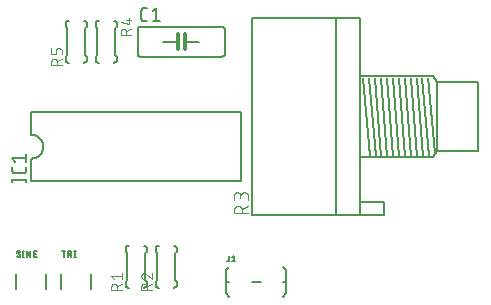
<source format=gbr>
G04 EAGLE Gerber RS-274X export*
G75*
%MOMM*%
%FSLAX34Y34*%
%LPD*%
%INSilkscreen Top*%
%IPPOS*%
%AMOC8*
5,1,8,0,0,1.08239X$1,22.5*%
G01*
%ADD10C,0.304800*%
%ADD11C,0.152400*%
%ADD12C,0.127000*%
%ADD13C,0.203200*%
%ADD14C,0.101600*%


D10*
X149352Y247650D02*
X149352Y241300D01*
X149352Y234950D01*
D11*
X149352Y241300D02*
X137160Y241300D01*
D10*
X155702Y241300D02*
X155702Y247650D01*
X155702Y241300D02*
X155702Y234950D01*
D11*
X155702Y241300D02*
X167640Y241300D01*
X115570Y251460D02*
X115570Y231140D01*
X118110Y228600D02*
X186690Y228600D01*
X189230Y231140D02*
X189230Y251460D01*
X186690Y254000D02*
X118110Y254000D01*
X186690Y254000D02*
X186790Y253998D01*
X186889Y253992D01*
X186989Y253982D01*
X187087Y253969D01*
X187186Y253951D01*
X187283Y253930D01*
X187379Y253905D01*
X187475Y253876D01*
X187569Y253843D01*
X187662Y253807D01*
X187753Y253767D01*
X187843Y253723D01*
X187931Y253676D01*
X188017Y253626D01*
X188101Y253572D01*
X188183Y253515D01*
X188262Y253455D01*
X188340Y253391D01*
X188414Y253325D01*
X188486Y253256D01*
X188555Y253184D01*
X188621Y253110D01*
X188685Y253032D01*
X188745Y252953D01*
X188802Y252871D01*
X188856Y252787D01*
X188906Y252701D01*
X188953Y252613D01*
X188997Y252523D01*
X189037Y252432D01*
X189073Y252339D01*
X189106Y252245D01*
X189135Y252149D01*
X189160Y252053D01*
X189181Y251956D01*
X189199Y251857D01*
X189212Y251759D01*
X189222Y251659D01*
X189228Y251560D01*
X189230Y251460D01*
X189230Y231140D02*
X189228Y231040D01*
X189222Y230941D01*
X189212Y230841D01*
X189199Y230743D01*
X189181Y230644D01*
X189160Y230547D01*
X189135Y230451D01*
X189106Y230355D01*
X189073Y230261D01*
X189037Y230168D01*
X188997Y230077D01*
X188953Y229987D01*
X188906Y229899D01*
X188856Y229813D01*
X188802Y229729D01*
X188745Y229647D01*
X188685Y229568D01*
X188621Y229490D01*
X188555Y229416D01*
X188486Y229344D01*
X188414Y229275D01*
X188340Y229209D01*
X188262Y229145D01*
X188183Y229085D01*
X188101Y229028D01*
X188017Y228974D01*
X187931Y228924D01*
X187843Y228877D01*
X187753Y228833D01*
X187662Y228793D01*
X187569Y228757D01*
X187475Y228724D01*
X187379Y228695D01*
X187283Y228670D01*
X187186Y228649D01*
X187087Y228631D01*
X186989Y228618D01*
X186889Y228608D01*
X186790Y228602D01*
X186690Y228600D01*
X118110Y228600D02*
X118010Y228602D01*
X117911Y228608D01*
X117811Y228618D01*
X117713Y228631D01*
X117614Y228649D01*
X117517Y228670D01*
X117421Y228695D01*
X117325Y228724D01*
X117231Y228757D01*
X117138Y228793D01*
X117047Y228833D01*
X116957Y228877D01*
X116869Y228924D01*
X116783Y228974D01*
X116699Y229028D01*
X116617Y229085D01*
X116538Y229145D01*
X116460Y229209D01*
X116386Y229275D01*
X116314Y229344D01*
X116245Y229416D01*
X116179Y229490D01*
X116115Y229568D01*
X116055Y229647D01*
X115998Y229729D01*
X115944Y229813D01*
X115894Y229899D01*
X115847Y229987D01*
X115803Y230077D01*
X115763Y230168D01*
X115727Y230261D01*
X115694Y230355D01*
X115665Y230451D01*
X115640Y230547D01*
X115619Y230644D01*
X115601Y230743D01*
X115588Y230841D01*
X115578Y230941D01*
X115572Y231040D01*
X115570Y231140D01*
X115570Y251460D02*
X115572Y251560D01*
X115578Y251659D01*
X115588Y251759D01*
X115601Y251857D01*
X115619Y251956D01*
X115640Y252053D01*
X115665Y252149D01*
X115694Y252245D01*
X115727Y252339D01*
X115763Y252432D01*
X115803Y252523D01*
X115847Y252613D01*
X115894Y252701D01*
X115944Y252787D01*
X115998Y252871D01*
X116055Y252953D01*
X116115Y253032D01*
X116179Y253110D01*
X116245Y253184D01*
X116314Y253256D01*
X116386Y253325D01*
X116460Y253391D01*
X116538Y253455D01*
X116617Y253515D01*
X116699Y253572D01*
X116783Y253626D01*
X116869Y253676D01*
X116957Y253723D01*
X117047Y253767D01*
X117138Y253807D01*
X117231Y253843D01*
X117325Y253876D01*
X117421Y253905D01*
X117517Y253930D01*
X117614Y253951D01*
X117713Y253969D01*
X117811Y253982D01*
X117911Y253992D01*
X118010Y253998D01*
X118110Y254000D01*
D12*
X121285Y258445D02*
X123825Y258445D01*
X121285Y258445D02*
X121185Y258447D01*
X121086Y258453D01*
X120986Y258463D01*
X120888Y258476D01*
X120789Y258494D01*
X120692Y258515D01*
X120596Y258540D01*
X120500Y258569D01*
X120406Y258602D01*
X120313Y258638D01*
X120222Y258678D01*
X120132Y258722D01*
X120044Y258769D01*
X119958Y258819D01*
X119874Y258873D01*
X119792Y258930D01*
X119713Y258990D01*
X119635Y259054D01*
X119561Y259120D01*
X119489Y259189D01*
X119420Y259261D01*
X119354Y259335D01*
X119290Y259413D01*
X119230Y259492D01*
X119173Y259574D01*
X119119Y259658D01*
X119069Y259744D01*
X119022Y259832D01*
X118978Y259922D01*
X118938Y260013D01*
X118902Y260106D01*
X118869Y260200D01*
X118840Y260296D01*
X118815Y260392D01*
X118794Y260489D01*
X118776Y260588D01*
X118763Y260686D01*
X118753Y260786D01*
X118747Y260885D01*
X118745Y260985D01*
X118745Y267335D01*
X118747Y267435D01*
X118753Y267534D01*
X118763Y267634D01*
X118776Y267732D01*
X118794Y267831D01*
X118815Y267928D01*
X118840Y268024D01*
X118869Y268120D01*
X118902Y268214D01*
X118938Y268307D01*
X118978Y268398D01*
X119022Y268488D01*
X119069Y268576D01*
X119119Y268662D01*
X119173Y268746D01*
X119230Y268828D01*
X119290Y268907D01*
X119354Y268985D01*
X119420Y269059D01*
X119489Y269131D01*
X119561Y269200D01*
X119635Y269266D01*
X119713Y269330D01*
X119792Y269390D01*
X119874Y269447D01*
X119958Y269501D01*
X120044Y269551D01*
X120132Y269598D01*
X120222Y269642D01*
X120313Y269682D01*
X120406Y269718D01*
X120500Y269751D01*
X120596Y269780D01*
X120692Y269805D01*
X120789Y269826D01*
X120888Y269844D01*
X120986Y269857D01*
X121086Y269867D01*
X121185Y269873D01*
X121285Y269875D01*
X123825Y269875D01*
X128307Y267335D02*
X131482Y269875D01*
X131482Y258445D01*
X128307Y258445D02*
X134657Y258445D01*
D11*
X203200Y181610D02*
X25400Y181610D01*
X25400Y123190D02*
X203200Y123190D01*
X203200Y181610D01*
X25400Y181610D02*
X25400Y162560D01*
X25400Y142240D02*
X25400Y123190D01*
X25400Y142240D02*
X25647Y142243D01*
X25895Y142252D01*
X26142Y142267D01*
X26388Y142288D01*
X26634Y142315D01*
X26879Y142348D01*
X27124Y142387D01*
X27367Y142432D01*
X27609Y142483D01*
X27850Y142540D01*
X28089Y142602D01*
X28327Y142671D01*
X28563Y142745D01*
X28797Y142825D01*
X29029Y142910D01*
X29259Y143002D01*
X29487Y143098D01*
X29712Y143201D01*
X29935Y143308D01*
X30155Y143422D01*
X30372Y143540D01*
X30587Y143664D01*
X30798Y143793D01*
X31006Y143927D01*
X31211Y144066D01*
X31412Y144210D01*
X31610Y144358D01*
X31804Y144512D01*
X31994Y144670D01*
X32180Y144833D01*
X32362Y145000D01*
X32540Y145172D01*
X32714Y145348D01*
X32884Y145528D01*
X33049Y145713D01*
X33209Y145901D01*
X33365Y146093D01*
X33517Y146289D01*
X33663Y146488D01*
X33805Y146691D01*
X33941Y146898D01*
X34073Y147107D01*
X34199Y147320D01*
X34320Y147536D01*
X34436Y147754D01*
X34546Y147976D01*
X34651Y148200D01*
X34751Y148426D01*
X34845Y148655D01*
X34933Y148886D01*
X35016Y149120D01*
X35093Y149355D01*
X35164Y149592D01*
X35230Y149830D01*
X35289Y150070D01*
X35343Y150312D01*
X35391Y150555D01*
X35433Y150798D01*
X35469Y151043D01*
X35499Y151289D01*
X35523Y151535D01*
X35541Y151782D01*
X35553Y152029D01*
X35559Y152276D01*
X35559Y152524D01*
X35553Y152771D01*
X35541Y153018D01*
X35523Y153265D01*
X35499Y153511D01*
X35469Y153757D01*
X35433Y154002D01*
X35391Y154245D01*
X35343Y154488D01*
X35289Y154730D01*
X35230Y154970D01*
X35164Y155208D01*
X35093Y155445D01*
X35016Y155680D01*
X34933Y155914D01*
X34845Y156145D01*
X34751Y156374D01*
X34651Y156600D01*
X34546Y156824D01*
X34436Y157046D01*
X34320Y157264D01*
X34199Y157480D01*
X34073Y157693D01*
X33941Y157902D01*
X33805Y158109D01*
X33663Y158312D01*
X33517Y158511D01*
X33365Y158707D01*
X33209Y158899D01*
X33049Y159087D01*
X32884Y159272D01*
X32714Y159452D01*
X32540Y159628D01*
X32362Y159800D01*
X32180Y159967D01*
X31994Y160130D01*
X31804Y160288D01*
X31610Y160442D01*
X31412Y160590D01*
X31211Y160734D01*
X31006Y160873D01*
X30798Y161007D01*
X30587Y161136D01*
X30372Y161260D01*
X30155Y161378D01*
X29935Y161492D01*
X29712Y161599D01*
X29487Y161702D01*
X29259Y161798D01*
X29029Y161890D01*
X28797Y161975D01*
X28563Y162055D01*
X28327Y162129D01*
X28089Y162198D01*
X27850Y162260D01*
X27609Y162317D01*
X27367Y162368D01*
X27124Y162413D01*
X26879Y162452D01*
X26634Y162485D01*
X26388Y162512D01*
X26142Y162533D01*
X25895Y162548D01*
X25647Y162557D01*
X25400Y162560D01*
D12*
X20955Y123825D02*
X9525Y123825D01*
X20955Y122555D02*
X20955Y125095D01*
X9525Y125095D02*
X9525Y122555D01*
X20955Y132297D02*
X20955Y134837D01*
X20955Y132297D02*
X20953Y132197D01*
X20947Y132098D01*
X20937Y131998D01*
X20924Y131900D01*
X20906Y131801D01*
X20885Y131704D01*
X20860Y131608D01*
X20831Y131512D01*
X20798Y131418D01*
X20762Y131325D01*
X20722Y131234D01*
X20678Y131144D01*
X20631Y131056D01*
X20581Y130970D01*
X20527Y130886D01*
X20470Y130804D01*
X20410Y130725D01*
X20346Y130647D01*
X20280Y130573D01*
X20211Y130501D01*
X20139Y130432D01*
X20065Y130366D01*
X19987Y130302D01*
X19908Y130242D01*
X19826Y130185D01*
X19742Y130131D01*
X19656Y130081D01*
X19568Y130034D01*
X19478Y129990D01*
X19387Y129950D01*
X19294Y129914D01*
X19200Y129881D01*
X19104Y129852D01*
X19008Y129827D01*
X18911Y129806D01*
X18812Y129788D01*
X18714Y129775D01*
X18614Y129765D01*
X18515Y129759D01*
X18415Y129757D01*
X12065Y129757D01*
X11965Y129759D01*
X11866Y129765D01*
X11766Y129775D01*
X11668Y129788D01*
X11569Y129806D01*
X11472Y129827D01*
X11376Y129852D01*
X11280Y129881D01*
X11186Y129914D01*
X11093Y129950D01*
X11002Y129990D01*
X10912Y130034D01*
X10824Y130081D01*
X10738Y130131D01*
X10654Y130185D01*
X10572Y130242D01*
X10493Y130302D01*
X10415Y130366D01*
X10341Y130432D01*
X10269Y130501D01*
X10200Y130573D01*
X10134Y130647D01*
X10070Y130725D01*
X10010Y130804D01*
X9953Y130886D01*
X9899Y130970D01*
X9849Y131056D01*
X9802Y131144D01*
X9758Y131234D01*
X9718Y131325D01*
X9682Y131418D01*
X9649Y131512D01*
X9620Y131608D01*
X9595Y131704D01*
X9574Y131801D01*
X9556Y131900D01*
X9543Y131998D01*
X9533Y132098D01*
X9527Y132197D01*
X9525Y132297D01*
X9525Y134837D01*
X12065Y139319D02*
X9525Y142494D01*
X20955Y142494D01*
X20955Y139319D02*
X20955Y145669D01*
D13*
X212090Y38100D02*
X219710Y38100D01*
X193040Y38100D02*
X190500Y38100D01*
X190500Y48006D01*
X193294Y50800D01*
X190500Y38100D02*
X190500Y28194D01*
X193294Y25400D01*
X238760Y38100D02*
X241300Y38100D01*
X241300Y28194D01*
X238506Y25400D01*
X241300Y38100D02*
X241300Y48006D01*
X238506Y50800D01*
D12*
X192744Y56317D02*
X192744Y60071D01*
X192743Y56317D02*
X192741Y56252D01*
X192735Y56188D01*
X192725Y56124D01*
X192712Y56060D01*
X192694Y55998D01*
X192673Y55937D01*
X192649Y55877D01*
X192620Y55819D01*
X192588Y55762D01*
X192553Y55708D01*
X192515Y55656D01*
X192473Y55606D01*
X192429Y55559D01*
X192382Y55515D01*
X192332Y55473D01*
X192280Y55435D01*
X192226Y55400D01*
X192169Y55368D01*
X192111Y55339D01*
X192051Y55315D01*
X191990Y55294D01*
X191928Y55276D01*
X191864Y55263D01*
X191800Y55253D01*
X191736Y55247D01*
X191671Y55245D01*
X191135Y55245D01*
X195692Y58999D02*
X197032Y60071D01*
X197032Y55245D01*
X195692Y55245D02*
X198373Y55245D01*
D11*
X107950Y33020D02*
X107850Y33022D01*
X107751Y33028D01*
X107651Y33038D01*
X107553Y33051D01*
X107454Y33069D01*
X107357Y33090D01*
X107261Y33115D01*
X107165Y33144D01*
X107071Y33177D01*
X106978Y33213D01*
X106887Y33253D01*
X106797Y33297D01*
X106709Y33344D01*
X106623Y33394D01*
X106539Y33448D01*
X106457Y33505D01*
X106378Y33565D01*
X106300Y33629D01*
X106226Y33695D01*
X106154Y33764D01*
X106085Y33836D01*
X106019Y33910D01*
X105955Y33988D01*
X105895Y34067D01*
X105838Y34149D01*
X105784Y34233D01*
X105734Y34319D01*
X105687Y34407D01*
X105643Y34497D01*
X105603Y34588D01*
X105567Y34681D01*
X105534Y34775D01*
X105505Y34871D01*
X105480Y34967D01*
X105459Y35064D01*
X105441Y35163D01*
X105428Y35261D01*
X105418Y35361D01*
X105412Y35460D01*
X105410Y35560D01*
X120650Y33020D02*
X120750Y33022D01*
X120849Y33028D01*
X120949Y33038D01*
X121047Y33051D01*
X121146Y33069D01*
X121243Y33090D01*
X121339Y33115D01*
X121435Y33144D01*
X121529Y33177D01*
X121622Y33213D01*
X121713Y33253D01*
X121803Y33297D01*
X121891Y33344D01*
X121977Y33394D01*
X122061Y33448D01*
X122143Y33505D01*
X122222Y33565D01*
X122300Y33629D01*
X122374Y33695D01*
X122446Y33764D01*
X122515Y33836D01*
X122581Y33910D01*
X122645Y33988D01*
X122705Y34067D01*
X122762Y34149D01*
X122816Y34233D01*
X122866Y34319D01*
X122913Y34407D01*
X122957Y34497D01*
X122997Y34588D01*
X123033Y34681D01*
X123066Y34775D01*
X123095Y34871D01*
X123120Y34967D01*
X123141Y35064D01*
X123159Y35163D01*
X123172Y35261D01*
X123182Y35361D01*
X123188Y35460D01*
X123190Y35560D01*
X123190Y66040D02*
X123188Y66140D01*
X123182Y66239D01*
X123172Y66339D01*
X123159Y66437D01*
X123141Y66536D01*
X123120Y66633D01*
X123095Y66729D01*
X123066Y66825D01*
X123033Y66919D01*
X122997Y67012D01*
X122957Y67103D01*
X122913Y67193D01*
X122866Y67281D01*
X122816Y67367D01*
X122762Y67451D01*
X122705Y67533D01*
X122645Y67612D01*
X122581Y67690D01*
X122515Y67764D01*
X122446Y67836D01*
X122374Y67905D01*
X122300Y67971D01*
X122222Y68035D01*
X122143Y68095D01*
X122061Y68152D01*
X121977Y68206D01*
X121891Y68256D01*
X121803Y68303D01*
X121713Y68347D01*
X121622Y68387D01*
X121529Y68423D01*
X121435Y68456D01*
X121339Y68485D01*
X121243Y68510D01*
X121146Y68531D01*
X121047Y68549D01*
X120949Y68562D01*
X120849Y68572D01*
X120750Y68578D01*
X120650Y68580D01*
X107950Y68580D02*
X107850Y68578D01*
X107751Y68572D01*
X107651Y68562D01*
X107553Y68549D01*
X107454Y68531D01*
X107357Y68510D01*
X107261Y68485D01*
X107165Y68456D01*
X107071Y68423D01*
X106978Y68387D01*
X106887Y68347D01*
X106797Y68303D01*
X106709Y68256D01*
X106623Y68206D01*
X106539Y68152D01*
X106457Y68095D01*
X106378Y68035D01*
X106300Y67971D01*
X106226Y67905D01*
X106154Y67836D01*
X106085Y67764D01*
X106019Y67690D01*
X105955Y67612D01*
X105895Y67533D01*
X105838Y67451D01*
X105784Y67367D01*
X105734Y67281D01*
X105687Y67193D01*
X105643Y67103D01*
X105603Y67012D01*
X105567Y66919D01*
X105534Y66825D01*
X105505Y66729D01*
X105480Y66633D01*
X105459Y66536D01*
X105441Y66437D01*
X105428Y66339D01*
X105418Y66239D01*
X105412Y66140D01*
X105410Y66040D01*
X105410Y38100D02*
X105410Y35560D01*
X105410Y38100D02*
X106680Y39370D01*
X123190Y38100D02*
X123190Y35560D01*
X123190Y38100D02*
X121920Y39370D01*
X106680Y62230D02*
X105410Y63500D01*
X106680Y62230D02*
X106680Y39370D01*
X121920Y62230D02*
X123190Y63500D01*
X121920Y62230D02*
X121920Y39370D01*
X105410Y63500D02*
X105410Y66040D01*
X123190Y66040D02*
X123190Y63500D01*
D14*
X102108Y31242D02*
X93218Y31242D01*
X93218Y33711D01*
X93220Y33809D01*
X93226Y33907D01*
X93236Y34005D01*
X93249Y34102D01*
X93267Y34199D01*
X93288Y34295D01*
X93313Y34389D01*
X93342Y34483D01*
X93374Y34576D01*
X93411Y34667D01*
X93450Y34757D01*
X93494Y34845D01*
X93541Y34931D01*
X93591Y35016D01*
X93644Y35098D01*
X93701Y35178D01*
X93761Y35256D01*
X93824Y35331D01*
X93890Y35404D01*
X93959Y35474D01*
X94030Y35541D01*
X94104Y35606D01*
X94181Y35667D01*
X94260Y35726D01*
X94341Y35781D01*
X94424Y35833D01*
X94510Y35881D01*
X94597Y35926D01*
X94686Y35968D01*
X94776Y36006D01*
X94868Y36040D01*
X94961Y36071D01*
X95056Y36098D01*
X95151Y36121D01*
X95248Y36141D01*
X95344Y36156D01*
X95442Y36168D01*
X95540Y36176D01*
X95638Y36180D01*
X95736Y36180D01*
X95834Y36176D01*
X95932Y36168D01*
X96030Y36156D01*
X96126Y36141D01*
X96223Y36121D01*
X96318Y36098D01*
X96413Y36071D01*
X96506Y36040D01*
X96598Y36006D01*
X96688Y35968D01*
X96777Y35926D01*
X96864Y35881D01*
X96950Y35833D01*
X97033Y35781D01*
X97114Y35726D01*
X97193Y35667D01*
X97270Y35606D01*
X97344Y35541D01*
X97415Y35474D01*
X97484Y35404D01*
X97550Y35331D01*
X97613Y35256D01*
X97673Y35178D01*
X97730Y35098D01*
X97783Y35016D01*
X97833Y34931D01*
X97880Y34845D01*
X97924Y34757D01*
X97963Y34667D01*
X98000Y34576D01*
X98032Y34483D01*
X98061Y34389D01*
X98086Y34295D01*
X98107Y34199D01*
X98125Y34102D01*
X98138Y34005D01*
X98148Y33907D01*
X98154Y33809D01*
X98156Y33711D01*
X98157Y33711D02*
X98157Y31242D01*
X98157Y34205D02*
X102108Y36181D01*
X95194Y40092D02*
X93218Y42561D01*
X102108Y42561D01*
X102108Y40092D02*
X102108Y45031D01*
D11*
X130810Y35560D02*
X130812Y35460D01*
X130818Y35361D01*
X130828Y35261D01*
X130841Y35163D01*
X130859Y35064D01*
X130880Y34967D01*
X130905Y34871D01*
X130934Y34775D01*
X130967Y34681D01*
X131003Y34588D01*
X131043Y34497D01*
X131087Y34407D01*
X131134Y34319D01*
X131184Y34233D01*
X131238Y34149D01*
X131295Y34067D01*
X131355Y33988D01*
X131419Y33910D01*
X131485Y33836D01*
X131554Y33764D01*
X131626Y33695D01*
X131700Y33629D01*
X131778Y33565D01*
X131857Y33505D01*
X131939Y33448D01*
X132023Y33394D01*
X132109Y33344D01*
X132197Y33297D01*
X132287Y33253D01*
X132378Y33213D01*
X132471Y33177D01*
X132565Y33144D01*
X132661Y33115D01*
X132757Y33090D01*
X132854Y33069D01*
X132953Y33051D01*
X133051Y33038D01*
X133151Y33028D01*
X133250Y33022D01*
X133350Y33020D01*
X146050Y33020D02*
X146150Y33022D01*
X146249Y33028D01*
X146349Y33038D01*
X146447Y33051D01*
X146546Y33069D01*
X146643Y33090D01*
X146739Y33115D01*
X146835Y33144D01*
X146929Y33177D01*
X147022Y33213D01*
X147113Y33253D01*
X147203Y33297D01*
X147291Y33344D01*
X147377Y33394D01*
X147461Y33448D01*
X147543Y33505D01*
X147622Y33565D01*
X147700Y33629D01*
X147774Y33695D01*
X147846Y33764D01*
X147915Y33836D01*
X147981Y33910D01*
X148045Y33988D01*
X148105Y34067D01*
X148162Y34149D01*
X148216Y34233D01*
X148266Y34319D01*
X148313Y34407D01*
X148357Y34497D01*
X148397Y34588D01*
X148433Y34681D01*
X148466Y34775D01*
X148495Y34871D01*
X148520Y34967D01*
X148541Y35064D01*
X148559Y35163D01*
X148572Y35261D01*
X148582Y35361D01*
X148588Y35460D01*
X148590Y35560D01*
X148590Y66040D02*
X148588Y66140D01*
X148582Y66239D01*
X148572Y66339D01*
X148559Y66437D01*
X148541Y66536D01*
X148520Y66633D01*
X148495Y66729D01*
X148466Y66825D01*
X148433Y66919D01*
X148397Y67012D01*
X148357Y67103D01*
X148313Y67193D01*
X148266Y67281D01*
X148216Y67367D01*
X148162Y67451D01*
X148105Y67533D01*
X148045Y67612D01*
X147981Y67690D01*
X147915Y67764D01*
X147846Y67836D01*
X147774Y67905D01*
X147700Y67971D01*
X147622Y68035D01*
X147543Y68095D01*
X147461Y68152D01*
X147377Y68206D01*
X147291Y68256D01*
X147203Y68303D01*
X147113Y68347D01*
X147022Y68387D01*
X146929Y68423D01*
X146835Y68456D01*
X146739Y68485D01*
X146643Y68510D01*
X146546Y68531D01*
X146447Y68549D01*
X146349Y68562D01*
X146249Y68572D01*
X146150Y68578D01*
X146050Y68580D01*
X133350Y68580D02*
X133250Y68578D01*
X133151Y68572D01*
X133051Y68562D01*
X132953Y68549D01*
X132854Y68531D01*
X132757Y68510D01*
X132661Y68485D01*
X132565Y68456D01*
X132471Y68423D01*
X132378Y68387D01*
X132287Y68347D01*
X132197Y68303D01*
X132109Y68256D01*
X132023Y68206D01*
X131939Y68152D01*
X131857Y68095D01*
X131778Y68035D01*
X131700Y67971D01*
X131626Y67905D01*
X131554Y67836D01*
X131485Y67764D01*
X131419Y67690D01*
X131355Y67612D01*
X131295Y67533D01*
X131238Y67451D01*
X131184Y67367D01*
X131134Y67281D01*
X131087Y67193D01*
X131043Y67103D01*
X131003Y67012D01*
X130967Y66919D01*
X130934Y66825D01*
X130905Y66729D01*
X130880Y66633D01*
X130859Y66536D01*
X130841Y66437D01*
X130828Y66339D01*
X130818Y66239D01*
X130812Y66140D01*
X130810Y66040D01*
X130810Y38100D02*
X130810Y35560D01*
X130810Y38100D02*
X132080Y39370D01*
X148590Y38100D02*
X148590Y35560D01*
X148590Y38100D02*
X147320Y39370D01*
X132080Y62230D02*
X130810Y63500D01*
X132080Y62230D02*
X132080Y39370D01*
X147320Y62230D02*
X148590Y63500D01*
X147320Y62230D02*
X147320Y39370D01*
X130810Y63500D02*
X130810Y66040D01*
X148590Y66040D02*
X148590Y63500D01*
D14*
X127508Y31242D02*
X118618Y31242D01*
X118618Y33711D01*
X118620Y33809D01*
X118626Y33907D01*
X118636Y34005D01*
X118649Y34102D01*
X118667Y34199D01*
X118688Y34295D01*
X118713Y34389D01*
X118742Y34483D01*
X118774Y34576D01*
X118811Y34667D01*
X118850Y34757D01*
X118894Y34845D01*
X118941Y34931D01*
X118991Y35016D01*
X119044Y35098D01*
X119101Y35178D01*
X119161Y35256D01*
X119224Y35331D01*
X119290Y35404D01*
X119359Y35474D01*
X119430Y35541D01*
X119504Y35606D01*
X119581Y35667D01*
X119660Y35726D01*
X119741Y35781D01*
X119824Y35833D01*
X119910Y35881D01*
X119997Y35926D01*
X120086Y35968D01*
X120176Y36006D01*
X120268Y36040D01*
X120361Y36071D01*
X120456Y36098D01*
X120551Y36121D01*
X120648Y36141D01*
X120744Y36156D01*
X120842Y36168D01*
X120940Y36176D01*
X121038Y36180D01*
X121136Y36180D01*
X121234Y36176D01*
X121332Y36168D01*
X121430Y36156D01*
X121526Y36141D01*
X121623Y36121D01*
X121718Y36098D01*
X121813Y36071D01*
X121906Y36040D01*
X121998Y36006D01*
X122088Y35968D01*
X122177Y35926D01*
X122264Y35881D01*
X122350Y35833D01*
X122433Y35781D01*
X122514Y35726D01*
X122593Y35667D01*
X122670Y35606D01*
X122744Y35541D01*
X122815Y35474D01*
X122884Y35404D01*
X122950Y35331D01*
X123013Y35256D01*
X123073Y35178D01*
X123130Y35098D01*
X123183Y35016D01*
X123233Y34931D01*
X123280Y34845D01*
X123324Y34757D01*
X123363Y34667D01*
X123400Y34576D01*
X123432Y34483D01*
X123461Y34389D01*
X123486Y34295D01*
X123507Y34199D01*
X123525Y34102D01*
X123538Y34005D01*
X123548Y33907D01*
X123554Y33809D01*
X123556Y33711D01*
X123557Y33711D02*
X123557Y31242D01*
X123557Y34205D02*
X127508Y36181D01*
X120841Y45031D02*
X120749Y45029D01*
X120657Y45023D01*
X120566Y45014D01*
X120475Y45001D01*
X120385Y44984D01*
X120295Y44963D01*
X120207Y44939D01*
X120119Y44911D01*
X120033Y44879D01*
X119948Y44844D01*
X119865Y44805D01*
X119783Y44763D01*
X119703Y44718D01*
X119625Y44669D01*
X119549Y44617D01*
X119476Y44562D01*
X119404Y44504D01*
X119335Y44444D01*
X119269Y44380D01*
X119205Y44314D01*
X119145Y44245D01*
X119087Y44173D01*
X119032Y44100D01*
X118980Y44024D01*
X118931Y43946D01*
X118886Y43866D01*
X118844Y43784D01*
X118805Y43701D01*
X118770Y43616D01*
X118738Y43530D01*
X118710Y43442D01*
X118686Y43354D01*
X118665Y43264D01*
X118648Y43174D01*
X118635Y43083D01*
X118626Y42992D01*
X118620Y42900D01*
X118618Y42808D01*
X118620Y42702D01*
X118626Y42597D01*
X118636Y42492D01*
X118649Y42387D01*
X118667Y42283D01*
X118688Y42180D01*
X118713Y42077D01*
X118742Y41975D01*
X118775Y41875D01*
X118811Y41776D01*
X118851Y41678D01*
X118895Y41582D01*
X118942Y41487D01*
X118992Y41395D01*
X119046Y41304D01*
X119104Y41215D01*
X119164Y41129D01*
X119228Y41045D01*
X119294Y40963D01*
X119364Y40883D01*
X119437Y40807D01*
X119512Y40733D01*
X119590Y40662D01*
X119671Y40594D01*
X119754Y40528D01*
X119840Y40466D01*
X119927Y40408D01*
X120017Y40352D01*
X120109Y40300D01*
X120203Y40251D01*
X120298Y40206D01*
X120395Y40164D01*
X120494Y40126D01*
X120593Y40092D01*
X122570Y44290D02*
X122501Y44359D01*
X122431Y44425D01*
X122357Y44488D01*
X122281Y44547D01*
X122203Y44604D01*
X122123Y44658D01*
X122040Y44708D01*
X121956Y44755D01*
X121869Y44798D01*
X121781Y44838D01*
X121692Y44874D01*
X121601Y44907D01*
X121509Y44936D01*
X121415Y44961D01*
X121321Y44982D01*
X121226Y45000D01*
X121130Y45013D01*
X121034Y45023D01*
X120938Y45029D01*
X120841Y45031D01*
X122569Y44290D02*
X127508Y40092D01*
X127508Y45031D01*
D13*
X303700Y94300D02*
X303700Y261300D01*
X323700Y105300D02*
X323700Y94300D01*
X303700Y94300D01*
X304700Y105300D02*
X323700Y105300D01*
X283700Y94300D02*
X283700Y261300D01*
X212700Y261300D02*
X212700Y94300D01*
X368700Y148800D02*
X403700Y148800D01*
X403700Y206800D02*
X368700Y206800D01*
X365700Y143800D02*
X304700Y143800D01*
X365700Y143800D02*
X368700Y148800D01*
X368700Y206800D02*
X365700Y211800D01*
X304700Y211800D01*
X368700Y206800D02*
X368700Y148800D01*
X403700Y148800D02*
X403700Y206800D01*
X303700Y94300D02*
X212700Y94300D01*
X212700Y261300D02*
X303700Y261300D01*
X356700Y210800D02*
X361950Y144800D01*
X356950Y144800D02*
X351700Y210800D01*
X346700Y210800D02*
X351950Y144800D01*
X346950Y144800D02*
X341700Y210800D01*
X336700Y210800D02*
X341950Y144800D01*
X336950Y144800D02*
X331700Y210800D01*
X326700Y210800D02*
X331950Y144800D01*
X326950Y144800D02*
X321700Y210800D01*
X316700Y210800D02*
X321950Y144800D01*
X316950Y144800D02*
X311700Y210800D01*
X306700Y210800D02*
X311950Y144800D01*
X366950Y147050D02*
X361700Y210800D01*
D14*
X209042Y95758D02*
X197358Y95758D01*
X197358Y99004D01*
X197360Y99117D01*
X197366Y99230D01*
X197376Y99343D01*
X197390Y99456D01*
X197407Y99568D01*
X197429Y99679D01*
X197454Y99789D01*
X197484Y99899D01*
X197517Y100007D01*
X197554Y100114D01*
X197594Y100220D01*
X197639Y100324D01*
X197687Y100427D01*
X197738Y100528D01*
X197793Y100627D01*
X197851Y100724D01*
X197913Y100819D01*
X197978Y100912D01*
X198046Y101002D01*
X198117Y101090D01*
X198192Y101176D01*
X198269Y101259D01*
X198349Y101339D01*
X198432Y101416D01*
X198518Y101491D01*
X198606Y101562D01*
X198696Y101630D01*
X198789Y101695D01*
X198884Y101757D01*
X198981Y101815D01*
X199080Y101870D01*
X199181Y101921D01*
X199284Y101969D01*
X199388Y102014D01*
X199494Y102054D01*
X199601Y102091D01*
X199709Y102124D01*
X199819Y102154D01*
X199929Y102179D01*
X200040Y102201D01*
X200152Y102218D01*
X200265Y102232D01*
X200378Y102242D01*
X200491Y102248D01*
X200604Y102250D01*
X200717Y102248D01*
X200830Y102242D01*
X200943Y102232D01*
X201056Y102218D01*
X201168Y102201D01*
X201279Y102179D01*
X201389Y102154D01*
X201499Y102124D01*
X201607Y102091D01*
X201714Y102054D01*
X201820Y102014D01*
X201924Y101969D01*
X202027Y101921D01*
X202128Y101870D01*
X202227Y101815D01*
X202324Y101757D01*
X202419Y101695D01*
X202512Y101630D01*
X202602Y101562D01*
X202690Y101491D01*
X202776Y101416D01*
X202859Y101339D01*
X202939Y101259D01*
X203016Y101176D01*
X203091Y101090D01*
X203162Y101002D01*
X203230Y100912D01*
X203295Y100819D01*
X203357Y100724D01*
X203415Y100627D01*
X203470Y100528D01*
X203521Y100427D01*
X203569Y100324D01*
X203614Y100220D01*
X203654Y100114D01*
X203691Y100007D01*
X203724Y99899D01*
X203754Y99789D01*
X203779Y99679D01*
X203801Y99568D01*
X203818Y99456D01*
X203832Y99343D01*
X203842Y99230D01*
X203848Y99117D01*
X203850Y99004D01*
X203849Y99004D02*
X203849Y95758D01*
X203849Y99653D02*
X209042Y102249D01*
X209042Y107114D02*
X209042Y110360D01*
X209040Y110473D01*
X209034Y110586D01*
X209024Y110699D01*
X209010Y110812D01*
X208993Y110924D01*
X208971Y111035D01*
X208946Y111145D01*
X208916Y111255D01*
X208883Y111363D01*
X208846Y111470D01*
X208806Y111576D01*
X208761Y111680D01*
X208713Y111783D01*
X208662Y111884D01*
X208607Y111983D01*
X208549Y112080D01*
X208487Y112175D01*
X208422Y112268D01*
X208354Y112358D01*
X208283Y112446D01*
X208208Y112532D01*
X208131Y112615D01*
X208051Y112695D01*
X207968Y112772D01*
X207882Y112847D01*
X207794Y112918D01*
X207704Y112986D01*
X207611Y113051D01*
X207516Y113113D01*
X207419Y113171D01*
X207320Y113226D01*
X207219Y113277D01*
X207116Y113325D01*
X207012Y113370D01*
X206906Y113410D01*
X206799Y113447D01*
X206691Y113480D01*
X206581Y113510D01*
X206471Y113535D01*
X206360Y113557D01*
X206248Y113574D01*
X206135Y113588D01*
X206022Y113598D01*
X205909Y113604D01*
X205796Y113606D01*
X205683Y113604D01*
X205570Y113598D01*
X205457Y113588D01*
X205344Y113574D01*
X205232Y113557D01*
X205121Y113535D01*
X205011Y113510D01*
X204901Y113480D01*
X204793Y113447D01*
X204686Y113410D01*
X204580Y113370D01*
X204476Y113325D01*
X204373Y113277D01*
X204272Y113226D01*
X204173Y113171D01*
X204076Y113113D01*
X203981Y113051D01*
X203888Y112986D01*
X203798Y112918D01*
X203710Y112847D01*
X203624Y112772D01*
X203541Y112695D01*
X203461Y112615D01*
X203384Y112532D01*
X203309Y112446D01*
X203238Y112358D01*
X203170Y112268D01*
X203105Y112175D01*
X203043Y112080D01*
X202985Y111983D01*
X202930Y111884D01*
X202879Y111783D01*
X202831Y111680D01*
X202786Y111576D01*
X202746Y111470D01*
X202709Y111363D01*
X202676Y111255D01*
X202646Y111145D01*
X202621Y111035D01*
X202599Y110924D01*
X202582Y110812D01*
X202568Y110699D01*
X202558Y110586D01*
X202552Y110473D01*
X202550Y110360D01*
X197358Y111009D02*
X197358Y107114D01*
X197358Y111009D02*
X197360Y111110D01*
X197366Y111210D01*
X197376Y111310D01*
X197389Y111410D01*
X197407Y111509D01*
X197428Y111608D01*
X197453Y111705D01*
X197482Y111802D01*
X197515Y111897D01*
X197551Y111991D01*
X197591Y112083D01*
X197634Y112174D01*
X197681Y112263D01*
X197731Y112350D01*
X197785Y112436D01*
X197842Y112519D01*
X197902Y112599D01*
X197965Y112678D01*
X198032Y112754D01*
X198101Y112827D01*
X198173Y112897D01*
X198247Y112965D01*
X198324Y113030D01*
X198404Y113091D01*
X198486Y113150D01*
X198570Y113205D01*
X198656Y113257D01*
X198744Y113306D01*
X198834Y113351D01*
X198926Y113393D01*
X199019Y113431D01*
X199114Y113465D01*
X199209Y113496D01*
X199306Y113523D01*
X199404Y113546D01*
X199503Y113566D01*
X199603Y113581D01*
X199703Y113593D01*
X199803Y113601D01*
X199904Y113605D01*
X200004Y113605D01*
X200105Y113601D01*
X200205Y113593D01*
X200305Y113581D01*
X200405Y113566D01*
X200504Y113546D01*
X200602Y113523D01*
X200699Y113496D01*
X200794Y113465D01*
X200889Y113431D01*
X200982Y113393D01*
X201074Y113351D01*
X201164Y113306D01*
X201252Y113257D01*
X201338Y113205D01*
X201422Y113150D01*
X201504Y113091D01*
X201584Y113030D01*
X201661Y112965D01*
X201735Y112897D01*
X201807Y112827D01*
X201876Y112754D01*
X201943Y112678D01*
X202006Y112599D01*
X202066Y112519D01*
X202123Y112436D01*
X202177Y112350D01*
X202227Y112263D01*
X202274Y112174D01*
X202317Y112083D01*
X202357Y111991D01*
X202393Y111897D01*
X202426Y111802D01*
X202455Y111705D01*
X202480Y111608D01*
X202501Y111509D01*
X202519Y111410D01*
X202532Y111310D01*
X202542Y111210D01*
X202548Y111110D01*
X202550Y111009D01*
X202551Y111009D02*
X202551Y108413D01*
D11*
X97790Y256540D02*
X97788Y256640D01*
X97782Y256739D01*
X97772Y256839D01*
X97759Y256937D01*
X97741Y257036D01*
X97720Y257133D01*
X97695Y257229D01*
X97666Y257325D01*
X97633Y257419D01*
X97597Y257512D01*
X97557Y257603D01*
X97513Y257693D01*
X97466Y257781D01*
X97416Y257867D01*
X97362Y257951D01*
X97305Y258033D01*
X97245Y258112D01*
X97181Y258190D01*
X97115Y258264D01*
X97046Y258336D01*
X96974Y258405D01*
X96900Y258471D01*
X96822Y258535D01*
X96743Y258595D01*
X96661Y258652D01*
X96577Y258706D01*
X96491Y258756D01*
X96403Y258803D01*
X96313Y258847D01*
X96222Y258887D01*
X96129Y258923D01*
X96035Y258956D01*
X95939Y258985D01*
X95843Y259010D01*
X95746Y259031D01*
X95647Y259049D01*
X95549Y259062D01*
X95449Y259072D01*
X95350Y259078D01*
X95250Y259080D01*
X82550Y259080D02*
X82450Y259078D01*
X82351Y259072D01*
X82251Y259062D01*
X82153Y259049D01*
X82054Y259031D01*
X81957Y259010D01*
X81861Y258985D01*
X81765Y258956D01*
X81671Y258923D01*
X81578Y258887D01*
X81487Y258847D01*
X81397Y258803D01*
X81309Y258756D01*
X81223Y258706D01*
X81139Y258652D01*
X81057Y258595D01*
X80978Y258535D01*
X80900Y258471D01*
X80826Y258405D01*
X80754Y258336D01*
X80685Y258264D01*
X80619Y258190D01*
X80555Y258112D01*
X80495Y258033D01*
X80438Y257951D01*
X80384Y257867D01*
X80334Y257781D01*
X80287Y257693D01*
X80243Y257603D01*
X80203Y257512D01*
X80167Y257419D01*
X80134Y257325D01*
X80105Y257229D01*
X80080Y257133D01*
X80059Y257036D01*
X80041Y256937D01*
X80028Y256839D01*
X80018Y256739D01*
X80012Y256640D01*
X80010Y256540D01*
X80010Y226060D02*
X80012Y225960D01*
X80018Y225861D01*
X80028Y225761D01*
X80041Y225663D01*
X80059Y225564D01*
X80080Y225467D01*
X80105Y225371D01*
X80134Y225275D01*
X80167Y225181D01*
X80203Y225088D01*
X80243Y224997D01*
X80287Y224907D01*
X80334Y224819D01*
X80384Y224733D01*
X80438Y224649D01*
X80495Y224567D01*
X80555Y224488D01*
X80619Y224410D01*
X80685Y224336D01*
X80754Y224264D01*
X80826Y224195D01*
X80900Y224129D01*
X80978Y224065D01*
X81057Y224005D01*
X81139Y223948D01*
X81223Y223894D01*
X81309Y223844D01*
X81397Y223797D01*
X81487Y223753D01*
X81578Y223713D01*
X81671Y223677D01*
X81765Y223644D01*
X81861Y223615D01*
X81957Y223590D01*
X82054Y223569D01*
X82153Y223551D01*
X82251Y223538D01*
X82351Y223528D01*
X82450Y223522D01*
X82550Y223520D01*
X95250Y223520D02*
X95350Y223522D01*
X95449Y223528D01*
X95549Y223538D01*
X95647Y223551D01*
X95746Y223569D01*
X95843Y223590D01*
X95939Y223615D01*
X96035Y223644D01*
X96129Y223677D01*
X96222Y223713D01*
X96313Y223753D01*
X96403Y223797D01*
X96491Y223844D01*
X96577Y223894D01*
X96661Y223948D01*
X96743Y224005D01*
X96822Y224065D01*
X96900Y224129D01*
X96974Y224195D01*
X97046Y224264D01*
X97115Y224336D01*
X97181Y224410D01*
X97245Y224488D01*
X97305Y224567D01*
X97362Y224649D01*
X97416Y224733D01*
X97466Y224819D01*
X97513Y224907D01*
X97557Y224997D01*
X97597Y225088D01*
X97633Y225181D01*
X97666Y225275D01*
X97695Y225371D01*
X97720Y225467D01*
X97741Y225564D01*
X97759Y225663D01*
X97772Y225761D01*
X97782Y225861D01*
X97788Y225960D01*
X97790Y226060D01*
X97790Y254000D02*
X97790Y256540D01*
X97790Y254000D02*
X96520Y252730D01*
X80010Y254000D02*
X80010Y256540D01*
X80010Y254000D02*
X81280Y252730D01*
X96520Y229870D02*
X97790Y228600D01*
X96520Y229870D02*
X96520Y252730D01*
X81280Y229870D02*
X80010Y228600D01*
X81280Y229870D02*
X81280Y252730D01*
X97790Y228600D02*
X97790Y226060D01*
X80010Y226060D02*
X80010Y228600D01*
D14*
X101092Y247069D02*
X109982Y247069D01*
X101092Y247069D02*
X101092Y249539D01*
X101094Y249637D01*
X101100Y249735D01*
X101110Y249833D01*
X101123Y249930D01*
X101141Y250027D01*
X101162Y250123D01*
X101187Y250217D01*
X101216Y250311D01*
X101248Y250404D01*
X101285Y250495D01*
X101324Y250585D01*
X101368Y250673D01*
X101415Y250759D01*
X101465Y250844D01*
X101518Y250926D01*
X101575Y251006D01*
X101635Y251084D01*
X101698Y251159D01*
X101764Y251232D01*
X101833Y251302D01*
X101904Y251369D01*
X101978Y251434D01*
X102055Y251495D01*
X102134Y251554D01*
X102215Y251609D01*
X102298Y251661D01*
X102384Y251709D01*
X102471Y251754D01*
X102560Y251796D01*
X102650Y251834D01*
X102742Y251868D01*
X102835Y251899D01*
X102930Y251926D01*
X103025Y251949D01*
X103122Y251969D01*
X103218Y251984D01*
X103316Y251996D01*
X103414Y252004D01*
X103512Y252008D01*
X103610Y252008D01*
X103708Y252004D01*
X103806Y251996D01*
X103904Y251984D01*
X104000Y251969D01*
X104097Y251949D01*
X104192Y251926D01*
X104287Y251899D01*
X104380Y251868D01*
X104472Y251834D01*
X104562Y251796D01*
X104651Y251754D01*
X104738Y251709D01*
X104824Y251661D01*
X104907Y251609D01*
X104988Y251554D01*
X105067Y251495D01*
X105144Y251434D01*
X105218Y251369D01*
X105289Y251302D01*
X105358Y251232D01*
X105424Y251159D01*
X105487Y251084D01*
X105547Y251006D01*
X105604Y250926D01*
X105657Y250844D01*
X105707Y250759D01*
X105754Y250673D01*
X105798Y250585D01*
X105837Y250495D01*
X105874Y250404D01*
X105906Y250311D01*
X105935Y250217D01*
X105960Y250123D01*
X105981Y250027D01*
X105999Y249930D01*
X106012Y249833D01*
X106022Y249735D01*
X106028Y249637D01*
X106030Y249539D01*
X106031Y249539D02*
X106031Y247069D01*
X106031Y250033D02*
X109982Y252008D01*
X108006Y255919D02*
X101092Y257895D01*
X108006Y255919D02*
X108006Y260858D01*
X106031Y259376D02*
X109982Y259376D01*
D11*
X57150Y223520D02*
X57050Y223522D01*
X56951Y223528D01*
X56851Y223538D01*
X56753Y223551D01*
X56654Y223569D01*
X56557Y223590D01*
X56461Y223615D01*
X56365Y223644D01*
X56271Y223677D01*
X56178Y223713D01*
X56087Y223753D01*
X55997Y223797D01*
X55909Y223844D01*
X55823Y223894D01*
X55739Y223948D01*
X55657Y224005D01*
X55578Y224065D01*
X55500Y224129D01*
X55426Y224195D01*
X55354Y224264D01*
X55285Y224336D01*
X55219Y224410D01*
X55155Y224488D01*
X55095Y224567D01*
X55038Y224649D01*
X54984Y224733D01*
X54934Y224819D01*
X54887Y224907D01*
X54843Y224997D01*
X54803Y225088D01*
X54767Y225181D01*
X54734Y225275D01*
X54705Y225371D01*
X54680Y225467D01*
X54659Y225564D01*
X54641Y225663D01*
X54628Y225761D01*
X54618Y225861D01*
X54612Y225960D01*
X54610Y226060D01*
X69850Y223520D02*
X69950Y223522D01*
X70049Y223528D01*
X70149Y223538D01*
X70247Y223551D01*
X70346Y223569D01*
X70443Y223590D01*
X70539Y223615D01*
X70635Y223644D01*
X70729Y223677D01*
X70822Y223713D01*
X70913Y223753D01*
X71003Y223797D01*
X71091Y223844D01*
X71177Y223894D01*
X71261Y223948D01*
X71343Y224005D01*
X71422Y224065D01*
X71500Y224129D01*
X71574Y224195D01*
X71646Y224264D01*
X71715Y224336D01*
X71781Y224410D01*
X71845Y224488D01*
X71905Y224567D01*
X71962Y224649D01*
X72016Y224733D01*
X72066Y224819D01*
X72113Y224907D01*
X72157Y224997D01*
X72197Y225088D01*
X72233Y225181D01*
X72266Y225275D01*
X72295Y225371D01*
X72320Y225467D01*
X72341Y225564D01*
X72359Y225663D01*
X72372Y225761D01*
X72382Y225861D01*
X72388Y225960D01*
X72390Y226060D01*
X72390Y256540D02*
X72388Y256640D01*
X72382Y256739D01*
X72372Y256839D01*
X72359Y256937D01*
X72341Y257036D01*
X72320Y257133D01*
X72295Y257229D01*
X72266Y257325D01*
X72233Y257419D01*
X72197Y257512D01*
X72157Y257603D01*
X72113Y257693D01*
X72066Y257781D01*
X72016Y257867D01*
X71962Y257951D01*
X71905Y258033D01*
X71845Y258112D01*
X71781Y258190D01*
X71715Y258264D01*
X71646Y258336D01*
X71574Y258405D01*
X71500Y258471D01*
X71422Y258535D01*
X71343Y258595D01*
X71261Y258652D01*
X71177Y258706D01*
X71091Y258756D01*
X71003Y258803D01*
X70913Y258847D01*
X70822Y258887D01*
X70729Y258923D01*
X70635Y258956D01*
X70539Y258985D01*
X70443Y259010D01*
X70346Y259031D01*
X70247Y259049D01*
X70149Y259062D01*
X70049Y259072D01*
X69950Y259078D01*
X69850Y259080D01*
X57150Y259080D02*
X57050Y259078D01*
X56951Y259072D01*
X56851Y259062D01*
X56753Y259049D01*
X56654Y259031D01*
X56557Y259010D01*
X56461Y258985D01*
X56365Y258956D01*
X56271Y258923D01*
X56178Y258887D01*
X56087Y258847D01*
X55997Y258803D01*
X55909Y258756D01*
X55823Y258706D01*
X55739Y258652D01*
X55657Y258595D01*
X55578Y258535D01*
X55500Y258471D01*
X55426Y258405D01*
X55354Y258336D01*
X55285Y258264D01*
X55219Y258190D01*
X55155Y258112D01*
X55095Y258033D01*
X55038Y257951D01*
X54984Y257867D01*
X54934Y257781D01*
X54887Y257693D01*
X54843Y257603D01*
X54803Y257512D01*
X54767Y257419D01*
X54734Y257325D01*
X54705Y257229D01*
X54680Y257133D01*
X54659Y257036D01*
X54641Y256937D01*
X54628Y256839D01*
X54618Y256739D01*
X54612Y256640D01*
X54610Y256540D01*
X54610Y228600D02*
X54610Y226060D01*
X54610Y228600D02*
X55880Y229870D01*
X72390Y228600D02*
X72390Y226060D01*
X72390Y228600D02*
X71120Y229870D01*
X55880Y252730D02*
X54610Y254000D01*
X55880Y252730D02*
X55880Y229870D01*
X71120Y252730D02*
X72390Y254000D01*
X71120Y252730D02*
X71120Y229870D01*
X54610Y254000D02*
X54610Y256540D01*
X72390Y256540D02*
X72390Y254000D01*
D14*
X51308Y221742D02*
X42418Y221742D01*
X42418Y224211D01*
X42420Y224309D01*
X42426Y224407D01*
X42436Y224505D01*
X42449Y224602D01*
X42467Y224699D01*
X42488Y224795D01*
X42513Y224889D01*
X42542Y224983D01*
X42574Y225076D01*
X42611Y225167D01*
X42650Y225257D01*
X42694Y225345D01*
X42741Y225431D01*
X42791Y225516D01*
X42844Y225598D01*
X42901Y225678D01*
X42961Y225756D01*
X43024Y225831D01*
X43090Y225904D01*
X43159Y225974D01*
X43230Y226041D01*
X43304Y226106D01*
X43381Y226167D01*
X43460Y226226D01*
X43541Y226281D01*
X43624Y226333D01*
X43710Y226381D01*
X43797Y226426D01*
X43886Y226468D01*
X43976Y226506D01*
X44068Y226540D01*
X44161Y226571D01*
X44256Y226598D01*
X44351Y226621D01*
X44448Y226641D01*
X44544Y226656D01*
X44642Y226668D01*
X44740Y226676D01*
X44838Y226680D01*
X44936Y226680D01*
X45034Y226676D01*
X45132Y226668D01*
X45230Y226656D01*
X45326Y226641D01*
X45423Y226621D01*
X45518Y226598D01*
X45613Y226571D01*
X45706Y226540D01*
X45798Y226506D01*
X45888Y226468D01*
X45977Y226426D01*
X46064Y226381D01*
X46150Y226333D01*
X46233Y226281D01*
X46314Y226226D01*
X46393Y226167D01*
X46470Y226106D01*
X46544Y226041D01*
X46615Y225974D01*
X46684Y225904D01*
X46750Y225831D01*
X46813Y225756D01*
X46873Y225678D01*
X46930Y225598D01*
X46983Y225516D01*
X47033Y225431D01*
X47080Y225345D01*
X47124Y225257D01*
X47163Y225167D01*
X47200Y225076D01*
X47232Y224983D01*
X47261Y224889D01*
X47286Y224795D01*
X47307Y224699D01*
X47325Y224602D01*
X47338Y224505D01*
X47348Y224407D01*
X47354Y224309D01*
X47356Y224211D01*
X47357Y224211D02*
X47357Y221742D01*
X47357Y224705D02*
X51308Y226681D01*
X51308Y230592D02*
X51308Y233555D01*
X51306Y233644D01*
X51300Y233732D01*
X51290Y233820D01*
X51276Y233908D01*
X51258Y233995D01*
X51237Y234081D01*
X51211Y234166D01*
X51182Y234249D01*
X51149Y234332D01*
X51112Y234412D01*
X51072Y234491D01*
X51028Y234568D01*
X50981Y234644D01*
X50931Y234716D01*
X50877Y234787D01*
X50820Y234855D01*
X50760Y234921D01*
X50698Y234983D01*
X50632Y235043D01*
X50564Y235100D01*
X50493Y235154D01*
X50421Y235204D01*
X50346Y235251D01*
X50268Y235295D01*
X50189Y235335D01*
X50109Y235372D01*
X50026Y235405D01*
X49943Y235434D01*
X49858Y235460D01*
X49772Y235481D01*
X49685Y235499D01*
X49597Y235513D01*
X49509Y235523D01*
X49421Y235529D01*
X49332Y235531D01*
X48345Y235531D01*
X48259Y235529D01*
X48173Y235523D01*
X48087Y235514D01*
X48002Y235501D01*
X47917Y235484D01*
X47834Y235464D01*
X47751Y235440D01*
X47669Y235412D01*
X47589Y235381D01*
X47510Y235346D01*
X47433Y235308D01*
X47357Y235266D01*
X47283Y235222D01*
X47212Y235174D01*
X47142Y235123D01*
X47075Y235069D01*
X47010Y235012D01*
X46948Y234952D01*
X46888Y234890D01*
X46831Y234825D01*
X46777Y234758D01*
X46726Y234688D01*
X46678Y234617D01*
X46634Y234543D01*
X46592Y234467D01*
X46554Y234390D01*
X46519Y234311D01*
X46488Y234231D01*
X46460Y234149D01*
X46436Y234066D01*
X46416Y233983D01*
X46399Y233898D01*
X46386Y233813D01*
X46377Y233727D01*
X46371Y233641D01*
X46369Y233555D01*
X46369Y230592D01*
X42418Y230592D01*
X42418Y235531D01*
D13*
X12700Y44450D02*
X12700Y31750D01*
X38100Y31750D02*
X38100Y44450D01*
D12*
X16016Y60127D02*
X16014Y60062D01*
X16008Y59998D01*
X15998Y59934D01*
X15985Y59870D01*
X15967Y59808D01*
X15946Y59747D01*
X15922Y59687D01*
X15893Y59629D01*
X15861Y59572D01*
X15826Y59518D01*
X15788Y59466D01*
X15746Y59416D01*
X15702Y59369D01*
X15655Y59325D01*
X15605Y59283D01*
X15553Y59245D01*
X15499Y59210D01*
X15442Y59178D01*
X15384Y59149D01*
X15324Y59125D01*
X15263Y59104D01*
X15201Y59086D01*
X15137Y59073D01*
X15073Y59063D01*
X15009Y59057D01*
X14944Y59055D01*
X14850Y59057D01*
X14756Y59063D01*
X14662Y59073D01*
X14569Y59086D01*
X14477Y59104D01*
X14385Y59125D01*
X14294Y59150D01*
X14204Y59179D01*
X14116Y59212D01*
X14029Y59248D01*
X13944Y59288D01*
X13860Y59331D01*
X13779Y59378D01*
X13699Y59428D01*
X13621Y59481D01*
X13546Y59538D01*
X13473Y59597D01*
X13403Y59660D01*
X13335Y59725D01*
X13469Y62809D02*
X13471Y62874D01*
X13477Y62938D01*
X13487Y63002D01*
X13500Y63066D01*
X13518Y63128D01*
X13539Y63189D01*
X13563Y63249D01*
X13592Y63307D01*
X13624Y63364D01*
X13659Y63418D01*
X13697Y63470D01*
X13739Y63520D01*
X13783Y63567D01*
X13830Y63611D01*
X13880Y63653D01*
X13932Y63691D01*
X13986Y63726D01*
X14043Y63758D01*
X14101Y63787D01*
X14161Y63811D01*
X14222Y63832D01*
X14284Y63850D01*
X14348Y63863D01*
X14412Y63873D01*
X14476Y63879D01*
X14541Y63881D01*
X14627Y63879D01*
X14713Y63874D01*
X14799Y63864D01*
X14884Y63851D01*
X14969Y63835D01*
X15053Y63815D01*
X15136Y63791D01*
X15218Y63764D01*
X15298Y63733D01*
X15378Y63699D01*
X15455Y63661D01*
X15531Y63620D01*
X15605Y63576D01*
X15677Y63529D01*
X15748Y63479D01*
X14005Y61871D02*
X13952Y61904D01*
X13901Y61941D01*
X13852Y61980D01*
X13805Y62022D01*
X13761Y62067D01*
X13720Y62114D01*
X13681Y62163D01*
X13645Y62215D01*
X13612Y62269D01*
X13583Y62324D01*
X13557Y62381D01*
X13534Y62440D01*
X13514Y62499D01*
X13498Y62560D01*
X13485Y62621D01*
X13476Y62684D01*
X13471Y62746D01*
X13469Y62809D01*
X15480Y61065D02*
X15533Y61032D01*
X15584Y60995D01*
X15633Y60956D01*
X15680Y60914D01*
X15724Y60869D01*
X15765Y60822D01*
X15804Y60773D01*
X15840Y60721D01*
X15873Y60667D01*
X15902Y60612D01*
X15928Y60555D01*
X15951Y60496D01*
X15971Y60437D01*
X15987Y60376D01*
X16000Y60315D01*
X16009Y60252D01*
X16014Y60190D01*
X16016Y60127D01*
X15480Y61066D02*
X14005Y61870D01*
X18882Y63881D02*
X18882Y59055D01*
X18346Y59055D02*
X19418Y59055D01*
X19418Y63881D02*
X18346Y63881D01*
X22113Y63881D02*
X22113Y59055D01*
X24794Y59055D02*
X22113Y63881D01*
X24794Y63881D02*
X24794Y59055D01*
X27985Y59055D02*
X30130Y59055D01*
X27985Y59055D02*
X27985Y63881D01*
X30130Y63881D01*
X29594Y61736D02*
X27985Y61736D01*
D13*
X50800Y44450D02*
X50800Y31750D01*
X76200Y31750D02*
X76200Y44450D01*
D12*
X52776Y59055D02*
X52776Y63881D01*
X54116Y63881D02*
X51435Y63881D01*
X56802Y63881D02*
X56802Y59055D01*
X56802Y63881D02*
X58143Y63881D01*
X58214Y63879D01*
X58286Y63873D01*
X58356Y63864D01*
X58426Y63851D01*
X58496Y63834D01*
X58564Y63813D01*
X58631Y63789D01*
X58697Y63761D01*
X58761Y63730D01*
X58824Y63695D01*
X58884Y63657D01*
X58943Y63616D01*
X58999Y63572D01*
X59053Y63525D01*
X59104Y63476D01*
X59152Y63423D01*
X59198Y63368D01*
X59240Y63311D01*
X59280Y63251D01*
X59316Y63190D01*
X59349Y63126D01*
X59378Y63061D01*
X59404Y62995D01*
X59427Y62927D01*
X59446Y62858D01*
X59461Y62788D01*
X59472Y62718D01*
X59480Y62647D01*
X59484Y62576D01*
X59484Y62504D01*
X59480Y62433D01*
X59472Y62362D01*
X59461Y62292D01*
X59446Y62222D01*
X59427Y62153D01*
X59404Y62085D01*
X59378Y62019D01*
X59349Y61954D01*
X59316Y61890D01*
X59280Y61829D01*
X59240Y61769D01*
X59198Y61712D01*
X59152Y61657D01*
X59104Y61604D01*
X59053Y61555D01*
X58999Y61508D01*
X58943Y61464D01*
X58884Y61423D01*
X58824Y61385D01*
X58761Y61350D01*
X58697Y61319D01*
X58631Y61291D01*
X58564Y61267D01*
X58496Y61246D01*
X58426Y61229D01*
X58356Y61216D01*
X58286Y61207D01*
X58214Y61201D01*
X58143Y61199D01*
X58143Y61200D02*
X56802Y61200D01*
X58411Y61200D02*
X59483Y59055D01*
X62468Y59055D02*
X62468Y63881D01*
X61932Y59055D02*
X63004Y59055D01*
X63004Y63881D02*
X61932Y63881D01*
M02*

</source>
